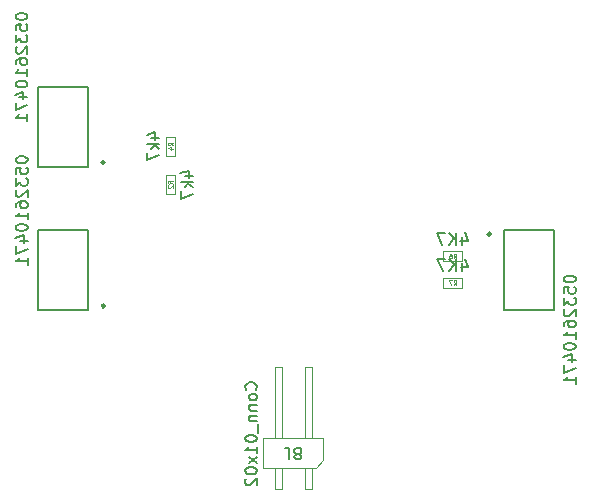
<source format=gbr>
%TF.GenerationSoftware,KiCad,Pcbnew,8.0.2*%
%TF.CreationDate,2024-08-07T22:56:45+12:00*%
%TF.ProjectId,FYP_P2_2,4659505f-5032-45f3-922e-6b696361645f,rev?*%
%TF.SameCoordinates,Original*%
%TF.FileFunction,AssemblyDrawing,Bot*%
%FSLAX46Y46*%
G04 Gerber Fmt 4.6, Leading zero omitted, Abs format (unit mm)*
G04 Created by KiCad (PCBNEW 8.0.2) date 2024-08-07 22:56:45*
%MOMM*%
%LPD*%
G01*
G04 APERTURE LIST*
%ADD10C,0.150000*%
%ADD11C,0.060000*%
%ADD12C,0.100000*%
%ADD13C,0.127000*%
%ADD14C,0.240000*%
G04 APERTURE END LIST*
D10*
X110286096Y-87447799D02*
X110952763Y-87447799D01*
X109905144Y-87209704D02*
X110619429Y-86971609D01*
X110619429Y-86971609D02*
X110619429Y-87590656D01*
X110952763Y-87971609D02*
X109952763Y-87971609D01*
X110571810Y-88066847D02*
X110952763Y-88352561D01*
X110286096Y-88352561D02*
X110667048Y-87971609D01*
X109952763Y-88685895D02*
X109952763Y-89352561D01*
X109952763Y-89352561D02*
X110952763Y-88923990D01*
D11*
X109249871Y-88071609D02*
X109059395Y-87938276D01*
X109249871Y-87843038D02*
X108849871Y-87843038D01*
X108849871Y-87843038D02*
X108849871Y-87995419D01*
X108849871Y-87995419D02*
X108868919Y-88033514D01*
X108868919Y-88033514D02*
X108887966Y-88052561D01*
X108887966Y-88052561D02*
X108926062Y-88071609D01*
X108926062Y-88071609D02*
X108983204Y-88071609D01*
X108983204Y-88071609D02*
X109021300Y-88052561D01*
X109021300Y-88052561D02*
X109040347Y-88033514D01*
X109040347Y-88033514D02*
X109059395Y-87995419D01*
X109059395Y-87995419D02*
X109059395Y-87843038D01*
X108887966Y-88223990D02*
X108868919Y-88243038D01*
X108868919Y-88243038D02*
X108849871Y-88281133D01*
X108849871Y-88281133D02*
X108849871Y-88376371D01*
X108849871Y-88376371D02*
X108868919Y-88414466D01*
X108868919Y-88414466D02*
X108887966Y-88433514D01*
X108887966Y-88433514D02*
X108926062Y-88452561D01*
X108926062Y-88452561D02*
X108964157Y-88452561D01*
X108964157Y-88452561D02*
X109021300Y-88433514D01*
X109021300Y-88433514D02*
X109249871Y-88204942D01*
X109249871Y-88204942D02*
X109249871Y-88452561D01*
D10*
X142367691Y-96102651D02*
X142367691Y-96198018D01*
X142367691Y-96198018D02*
X142415375Y-96293385D01*
X142415375Y-96293385D02*
X142463058Y-96341069D01*
X142463058Y-96341069D02*
X142558425Y-96388752D01*
X142558425Y-96388752D02*
X142749159Y-96436436D01*
X142749159Y-96436436D02*
X142987577Y-96436436D01*
X142987577Y-96436436D02*
X143178311Y-96388752D01*
X143178311Y-96388752D02*
X143273678Y-96341069D01*
X143273678Y-96341069D02*
X143321362Y-96293385D01*
X143321362Y-96293385D02*
X143369045Y-96198018D01*
X143369045Y-96198018D02*
X143369045Y-96102651D01*
X143369045Y-96102651D02*
X143321362Y-96007284D01*
X143321362Y-96007284D02*
X143273678Y-95959601D01*
X143273678Y-95959601D02*
X143178311Y-95911917D01*
X143178311Y-95911917D02*
X142987577Y-95864234D01*
X142987577Y-95864234D02*
X142749159Y-95864234D01*
X142749159Y-95864234D02*
X142558425Y-95911917D01*
X142558425Y-95911917D02*
X142463058Y-95959601D01*
X142463058Y-95959601D02*
X142415375Y-96007284D01*
X142415375Y-96007284D02*
X142367691Y-96102651D01*
X142367691Y-97342422D02*
X142367691Y-96865587D01*
X142367691Y-96865587D02*
X142844526Y-96817904D01*
X142844526Y-96817904D02*
X142796843Y-96865587D01*
X142796843Y-96865587D02*
X142749159Y-96960954D01*
X142749159Y-96960954D02*
X142749159Y-97199372D01*
X142749159Y-97199372D02*
X142796843Y-97294739D01*
X142796843Y-97294739D02*
X142844526Y-97342422D01*
X142844526Y-97342422D02*
X142939893Y-97390106D01*
X142939893Y-97390106D02*
X143178311Y-97390106D01*
X143178311Y-97390106D02*
X143273678Y-97342422D01*
X143273678Y-97342422D02*
X143321362Y-97294739D01*
X143321362Y-97294739D02*
X143369045Y-97199372D01*
X143369045Y-97199372D02*
X143369045Y-96960954D01*
X143369045Y-96960954D02*
X143321362Y-96865587D01*
X143321362Y-96865587D02*
X143273678Y-96817904D01*
X142367691Y-97723890D02*
X142367691Y-98343776D01*
X142367691Y-98343776D02*
X142749159Y-98009991D01*
X142749159Y-98009991D02*
X142749159Y-98153042D01*
X142749159Y-98153042D02*
X142796843Y-98248409D01*
X142796843Y-98248409D02*
X142844526Y-98296092D01*
X142844526Y-98296092D02*
X142939893Y-98343776D01*
X142939893Y-98343776D02*
X143178311Y-98343776D01*
X143178311Y-98343776D02*
X143273678Y-98296092D01*
X143273678Y-98296092D02*
X143321362Y-98248409D01*
X143321362Y-98248409D02*
X143369045Y-98153042D01*
X143369045Y-98153042D02*
X143369045Y-97866941D01*
X143369045Y-97866941D02*
X143321362Y-97771574D01*
X143321362Y-97771574D02*
X143273678Y-97723890D01*
X142463058Y-98725244D02*
X142415375Y-98772927D01*
X142415375Y-98772927D02*
X142367691Y-98868294D01*
X142367691Y-98868294D02*
X142367691Y-99106712D01*
X142367691Y-99106712D02*
X142415375Y-99202079D01*
X142415375Y-99202079D02*
X142463058Y-99249762D01*
X142463058Y-99249762D02*
X142558425Y-99297446D01*
X142558425Y-99297446D02*
X142653792Y-99297446D01*
X142653792Y-99297446D02*
X142796843Y-99249762D01*
X142796843Y-99249762D02*
X143369045Y-98677560D01*
X143369045Y-98677560D02*
X143369045Y-99297446D01*
X142367691Y-100155749D02*
X142367691Y-99965015D01*
X142367691Y-99965015D02*
X142415375Y-99869648D01*
X142415375Y-99869648D02*
X142463058Y-99821964D01*
X142463058Y-99821964D02*
X142606109Y-99726597D01*
X142606109Y-99726597D02*
X142796843Y-99678914D01*
X142796843Y-99678914D02*
X143178311Y-99678914D01*
X143178311Y-99678914D02*
X143273678Y-99726597D01*
X143273678Y-99726597D02*
X143321362Y-99774281D01*
X143321362Y-99774281D02*
X143369045Y-99869648D01*
X143369045Y-99869648D02*
X143369045Y-100060382D01*
X143369045Y-100060382D02*
X143321362Y-100155749D01*
X143321362Y-100155749D02*
X143273678Y-100203432D01*
X143273678Y-100203432D02*
X143178311Y-100251116D01*
X143178311Y-100251116D02*
X142939893Y-100251116D01*
X142939893Y-100251116D02*
X142844526Y-100203432D01*
X142844526Y-100203432D02*
X142796843Y-100155749D01*
X142796843Y-100155749D02*
X142749159Y-100060382D01*
X142749159Y-100060382D02*
X142749159Y-99869648D01*
X142749159Y-99869648D02*
X142796843Y-99774281D01*
X142796843Y-99774281D02*
X142844526Y-99726597D01*
X142844526Y-99726597D02*
X142939893Y-99678914D01*
X143369045Y-101204786D02*
X143369045Y-100632584D01*
X143369045Y-100918685D02*
X142367691Y-100918685D01*
X142367691Y-100918685D02*
X142510742Y-100823318D01*
X142510742Y-100823318D02*
X142606109Y-100727951D01*
X142606109Y-100727951D02*
X142653792Y-100632584D01*
X142367691Y-101824671D02*
X142367691Y-101920038D01*
X142367691Y-101920038D02*
X142415375Y-102015405D01*
X142415375Y-102015405D02*
X142463058Y-102063089D01*
X142463058Y-102063089D02*
X142558425Y-102110772D01*
X142558425Y-102110772D02*
X142749159Y-102158456D01*
X142749159Y-102158456D02*
X142987577Y-102158456D01*
X142987577Y-102158456D02*
X143178311Y-102110772D01*
X143178311Y-102110772D02*
X143273678Y-102063089D01*
X143273678Y-102063089D02*
X143321362Y-102015405D01*
X143321362Y-102015405D02*
X143369045Y-101920038D01*
X143369045Y-101920038D02*
X143369045Y-101824671D01*
X143369045Y-101824671D02*
X143321362Y-101729304D01*
X143321362Y-101729304D02*
X143273678Y-101681621D01*
X143273678Y-101681621D02*
X143178311Y-101633937D01*
X143178311Y-101633937D02*
X142987577Y-101586254D01*
X142987577Y-101586254D02*
X142749159Y-101586254D01*
X142749159Y-101586254D02*
X142558425Y-101633937D01*
X142558425Y-101633937D02*
X142463058Y-101681621D01*
X142463058Y-101681621D02*
X142415375Y-101729304D01*
X142415375Y-101729304D02*
X142367691Y-101824671D01*
X142701476Y-103016759D02*
X143369045Y-103016759D01*
X142320008Y-102778341D02*
X143035260Y-102539924D01*
X143035260Y-102539924D02*
X143035260Y-103159809D01*
X142367691Y-103445910D02*
X142367691Y-104113479D01*
X142367691Y-104113479D02*
X143369045Y-103684328D01*
X143369045Y-105019466D02*
X143369045Y-104447264D01*
X143369045Y-104733365D02*
X142367691Y-104733365D01*
X142367691Y-104733365D02*
X142510742Y-104637998D01*
X142510742Y-104637998D02*
X142606109Y-104542631D01*
X142606109Y-104542631D02*
X142653792Y-104447264D01*
X133770714Y-94833152D02*
X133770714Y-95499819D01*
X134008809Y-94452200D02*
X134246904Y-95166485D01*
X134246904Y-95166485D02*
X133627857Y-95166485D01*
X133246904Y-95499819D02*
X133246904Y-94499819D01*
X132675476Y-95499819D02*
X133104047Y-94928390D01*
X132675476Y-94499819D02*
X133246904Y-95071247D01*
X132342142Y-94499819D02*
X131675476Y-94499819D01*
X131675476Y-94499819D02*
X132104047Y-95499819D01*
D11*
X133051666Y-96656927D02*
X133184999Y-96466451D01*
X133280237Y-96656927D02*
X133280237Y-96256927D01*
X133280237Y-96256927D02*
X133127856Y-96256927D01*
X133127856Y-96256927D02*
X133089761Y-96275975D01*
X133089761Y-96275975D02*
X133070714Y-96295022D01*
X133070714Y-96295022D02*
X133051666Y-96333118D01*
X133051666Y-96333118D02*
X133051666Y-96390260D01*
X133051666Y-96390260D02*
X133070714Y-96428356D01*
X133070714Y-96428356D02*
X133089761Y-96447403D01*
X133089761Y-96447403D02*
X133127856Y-96466451D01*
X133127856Y-96466451D02*
X133280237Y-96466451D01*
X132918333Y-96256927D02*
X132651666Y-96256927D01*
X132651666Y-96256927D02*
X132823095Y-96656927D01*
D10*
X95950491Y-73868951D02*
X95950491Y-73964318D01*
X95950491Y-73964318D02*
X95998175Y-74059685D01*
X95998175Y-74059685D02*
X96045858Y-74107369D01*
X96045858Y-74107369D02*
X96141225Y-74155052D01*
X96141225Y-74155052D02*
X96331959Y-74202736D01*
X96331959Y-74202736D02*
X96570377Y-74202736D01*
X96570377Y-74202736D02*
X96761111Y-74155052D01*
X96761111Y-74155052D02*
X96856478Y-74107369D01*
X96856478Y-74107369D02*
X96904162Y-74059685D01*
X96904162Y-74059685D02*
X96951845Y-73964318D01*
X96951845Y-73964318D02*
X96951845Y-73868951D01*
X96951845Y-73868951D02*
X96904162Y-73773584D01*
X96904162Y-73773584D02*
X96856478Y-73725901D01*
X96856478Y-73725901D02*
X96761111Y-73678217D01*
X96761111Y-73678217D02*
X96570377Y-73630534D01*
X96570377Y-73630534D02*
X96331959Y-73630534D01*
X96331959Y-73630534D02*
X96141225Y-73678217D01*
X96141225Y-73678217D02*
X96045858Y-73725901D01*
X96045858Y-73725901D02*
X95998175Y-73773584D01*
X95998175Y-73773584D02*
X95950491Y-73868951D01*
X95950491Y-75108722D02*
X95950491Y-74631887D01*
X95950491Y-74631887D02*
X96427326Y-74584204D01*
X96427326Y-74584204D02*
X96379643Y-74631887D01*
X96379643Y-74631887D02*
X96331959Y-74727254D01*
X96331959Y-74727254D02*
X96331959Y-74965672D01*
X96331959Y-74965672D02*
X96379643Y-75061039D01*
X96379643Y-75061039D02*
X96427326Y-75108722D01*
X96427326Y-75108722D02*
X96522693Y-75156406D01*
X96522693Y-75156406D02*
X96761111Y-75156406D01*
X96761111Y-75156406D02*
X96856478Y-75108722D01*
X96856478Y-75108722D02*
X96904162Y-75061039D01*
X96904162Y-75061039D02*
X96951845Y-74965672D01*
X96951845Y-74965672D02*
X96951845Y-74727254D01*
X96951845Y-74727254D02*
X96904162Y-74631887D01*
X96904162Y-74631887D02*
X96856478Y-74584204D01*
X95950491Y-75490190D02*
X95950491Y-76110076D01*
X95950491Y-76110076D02*
X96331959Y-75776291D01*
X96331959Y-75776291D02*
X96331959Y-75919342D01*
X96331959Y-75919342D02*
X96379643Y-76014709D01*
X96379643Y-76014709D02*
X96427326Y-76062392D01*
X96427326Y-76062392D02*
X96522693Y-76110076D01*
X96522693Y-76110076D02*
X96761111Y-76110076D01*
X96761111Y-76110076D02*
X96856478Y-76062392D01*
X96856478Y-76062392D02*
X96904162Y-76014709D01*
X96904162Y-76014709D02*
X96951845Y-75919342D01*
X96951845Y-75919342D02*
X96951845Y-75633241D01*
X96951845Y-75633241D02*
X96904162Y-75537874D01*
X96904162Y-75537874D02*
X96856478Y-75490190D01*
X96045858Y-76491544D02*
X95998175Y-76539227D01*
X95998175Y-76539227D02*
X95950491Y-76634594D01*
X95950491Y-76634594D02*
X95950491Y-76873012D01*
X95950491Y-76873012D02*
X95998175Y-76968379D01*
X95998175Y-76968379D02*
X96045858Y-77016062D01*
X96045858Y-77016062D02*
X96141225Y-77063746D01*
X96141225Y-77063746D02*
X96236592Y-77063746D01*
X96236592Y-77063746D02*
X96379643Y-77016062D01*
X96379643Y-77016062D02*
X96951845Y-76443860D01*
X96951845Y-76443860D02*
X96951845Y-77063746D01*
X95950491Y-77922049D02*
X95950491Y-77731315D01*
X95950491Y-77731315D02*
X95998175Y-77635948D01*
X95998175Y-77635948D02*
X96045858Y-77588264D01*
X96045858Y-77588264D02*
X96188909Y-77492897D01*
X96188909Y-77492897D02*
X96379643Y-77445214D01*
X96379643Y-77445214D02*
X96761111Y-77445214D01*
X96761111Y-77445214D02*
X96856478Y-77492897D01*
X96856478Y-77492897D02*
X96904162Y-77540581D01*
X96904162Y-77540581D02*
X96951845Y-77635948D01*
X96951845Y-77635948D02*
X96951845Y-77826682D01*
X96951845Y-77826682D02*
X96904162Y-77922049D01*
X96904162Y-77922049D02*
X96856478Y-77969732D01*
X96856478Y-77969732D02*
X96761111Y-78017416D01*
X96761111Y-78017416D02*
X96522693Y-78017416D01*
X96522693Y-78017416D02*
X96427326Y-77969732D01*
X96427326Y-77969732D02*
X96379643Y-77922049D01*
X96379643Y-77922049D02*
X96331959Y-77826682D01*
X96331959Y-77826682D02*
X96331959Y-77635948D01*
X96331959Y-77635948D02*
X96379643Y-77540581D01*
X96379643Y-77540581D02*
X96427326Y-77492897D01*
X96427326Y-77492897D02*
X96522693Y-77445214D01*
X96951845Y-78971086D02*
X96951845Y-78398884D01*
X96951845Y-78684985D02*
X95950491Y-78684985D01*
X95950491Y-78684985D02*
X96093542Y-78589618D01*
X96093542Y-78589618D02*
X96188909Y-78494251D01*
X96188909Y-78494251D02*
X96236592Y-78398884D01*
X95950491Y-79590971D02*
X95950491Y-79686338D01*
X95950491Y-79686338D02*
X95998175Y-79781705D01*
X95998175Y-79781705D02*
X96045858Y-79829389D01*
X96045858Y-79829389D02*
X96141225Y-79877072D01*
X96141225Y-79877072D02*
X96331959Y-79924756D01*
X96331959Y-79924756D02*
X96570377Y-79924756D01*
X96570377Y-79924756D02*
X96761111Y-79877072D01*
X96761111Y-79877072D02*
X96856478Y-79829389D01*
X96856478Y-79829389D02*
X96904162Y-79781705D01*
X96904162Y-79781705D02*
X96951845Y-79686338D01*
X96951845Y-79686338D02*
X96951845Y-79590971D01*
X96951845Y-79590971D02*
X96904162Y-79495604D01*
X96904162Y-79495604D02*
X96856478Y-79447921D01*
X96856478Y-79447921D02*
X96761111Y-79400237D01*
X96761111Y-79400237D02*
X96570377Y-79352554D01*
X96570377Y-79352554D02*
X96331959Y-79352554D01*
X96331959Y-79352554D02*
X96141225Y-79400237D01*
X96141225Y-79400237D02*
X96045858Y-79447921D01*
X96045858Y-79447921D02*
X95998175Y-79495604D01*
X95998175Y-79495604D02*
X95950491Y-79590971D01*
X96284276Y-80783059D02*
X96951845Y-80783059D01*
X95902808Y-80544641D02*
X96618060Y-80306224D01*
X96618060Y-80306224D02*
X96618060Y-80926109D01*
X95950491Y-81212210D02*
X95950491Y-81879779D01*
X95950491Y-81879779D02*
X96951845Y-81450628D01*
X96951845Y-82785766D02*
X96951845Y-82213564D01*
X96951845Y-82499665D02*
X95950491Y-82499665D01*
X95950491Y-82499665D02*
X96093542Y-82404298D01*
X96093542Y-82404298D02*
X96188909Y-82308931D01*
X96188909Y-82308931D02*
X96236592Y-82213564D01*
X133765714Y-92583152D02*
X133765714Y-93249819D01*
X134003809Y-92202200D02*
X134241904Y-92916485D01*
X134241904Y-92916485D02*
X133622857Y-92916485D01*
X133241904Y-93249819D02*
X133241904Y-92249819D01*
X132670476Y-93249819D02*
X133099047Y-92678390D01*
X132670476Y-92249819D02*
X133241904Y-92821247D01*
X132337142Y-92249819D02*
X131670476Y-92249819D01*
X131670476Y-92249819D02*
X132099047Y-93249819D01*
D11*
X133046666Y-94406927D02*
X133179999Y-94216451D01*
X133275237Y-94406927D02*
X133275237Y-94006927D01*
X133275237Y-94006927D02*
X133122856Y-94006927D01*
X133122856Y-94006927D02*
X133084761Y-94025975D01*
X133084761Y-94025975D02*
X133065714Y-94045022D01*
X133065714Y-94045022D02*
X133046666Y-94083118D01*
X133046666Y-94083118D02*
X133046666Y-94140260D01*
X133046666Y-94140260D02*
X133065714Y-94178356D01*
X133065714Y-94178356D02*
X133084761Y-94197403D01*
X133084761Y-94197403D02*
X133122856Y-94216451D01*
X133122856Y-94216451D02*
X133275237Y-94216451D01*
X132703809Y-94006927D02*
X132779999Y-94006927D01*
X132779999Y-94006927D02*
X132818095Y-94025975D01*
X132818095Y-94025975D02*
X132837142Y-94045022D01*
X132837142Y-94045022D02*
X132875237Y-94102165D01*
X132875237Y-94102165D02*
X132894285Y-94178356D01*
X132894285Y-94178356D02*
X132894285Y-94330737D01*
X132894285Y-94330737D02*
X132875237Y-94368832D01*
X132875237Y-94368832D02*
X132856190Y-94387880D01*
X132856190Y-94387880D02*
X132818095Y-94406927D01*
X132818095Y-94406927D02*
X132741904Y-94406927D01*
X132741904Y-94406927D02*
X132703809Y-94387880D01*
X132703809Y-94387880D02*
X132684761Y-94368832D01*
X132684761Y-94368832D02*
X132665714Y-94330737D01*
X132665714Y-94330737D02*
X132665714Y-94235499D01*
X132665714Y-94235499D02*
X132684761Y-94197403D01*
X132684761Y-94197403D02*
X132703809Y-94178356D01*
X132703809Y-94178356D02*
X132741904Y-94159308D01*
X132741904Y-94159308D02*
X132818095Y-94159308D01*
X132818095Y-94159308D02*
X132856190Y-94178356D01*
X132856190Y-94178356D02*
X132875237Y-94197403D01*
X132875237Y-94197403D02*
X132894285Y-94235499D01*
D10*
X116289580Y-105526904D02*
X116337200Y-105479285D01*
X116337200Y-105479285D02*
X116384819Y-105336428D01*
X116384819Y-105336428D02*
X116384819Y-105241190D01*
X116384819Y-105241190D02*
X116337200Y-105098333D01*
X116337200Y-105098333D02*
X116241961Y-105003095D01*
X116241961Y-105003095D02*
X116146723Y-104955476D01*
X116146723Y-104955476D02*
X115956247Y-104907857D01*
X115956247Y-104907857D02*
X115813390Y-104907857D01*
X115813390Y-104907857D02*
X115622914Y-104955476D01*
X115622914Y-104955476D02*
X115527676Y-105003095D01*
X115527676Y-105003095D02*
X115432438Y-105098333D01*
X115432438Y-105098333D02*
X115384819Y-105241190D01*
X115384819Y-105241190D02*
X115384819Y-105336428D01*
X115384819Y-105336428D02*
X115432438Y-105479285D01*
X115432438Y-105479285D02*
X115480057Y-105526904D01*
X116384819Y-106098333D02*
X116337200Y-106003095D01*
X116337200Y-106003095D02*
X116289580Y-105955476D01*
X116289580Y-105955476D02*
X116194342Y-105907857D01*
X116194342Y-105907857D02*
X115908628Y-105907857D01*
X115908628Y-105907857D02*
X115813390Y-105955476D01*
X115813390Y-105955476D02*
X115765771Y-106003095D01*
X115765771Y-106003095D02*
X115718152Y-106098333D01*
X115718152Y-106098333D02*
X115718152Y-106241190D01*
X115718152Y-106241190D02*
X115765771Y-106336428D01*
X115765771Y-106336428D02*
X115813390Y-106384047D01*
X115813390Y-106384047D02*
X115908628Y-106431666D01*
X115908628Y-106431666D02*
X116194342Y-106431666D01*
X116194342Y-106431666D02*
X116289580Y-106384047D01*
X116289580Y-106384047D02*
X116337200Y-106336428D01*
X116337200Y-106336428D02*
X116384819Y-106241190D01*
X116384819Y-106241190D02*
X116384819Y-106098333D01*
X115718152Y-106860238D02*
X116384819Y-106860238D01*
X115813390Y-106860238D02*
X115765771Y-106907857D01*
X115765771Y-106907857D02*
X115718152Y-107003095D01*
X115718152Y-107003095D02*
X115718152Y-107145952D01*
X115718152Y-107145952D02*
X115765771Y-107241190D01*
X115765771Y-107241190D02*
X115861009Y-107288809D01*
X115861009Y-107288809D02*
X116384819Y-107288809D01*
X115718152Y-107765000D02*
X116384819Y-107765000D01*
X115813390Y-107765000D02*
X115765771Y-107812619D01*
X115765771Y-107812619D02*
X115718152Y-107907857D01*
X115718152Y-107907857D02*
X115718152Y-108050714D01*
X115718152Y-108050714D02*
X115765771Y-108145952D01*
X115765771Y-108145952D02*
X115861009Y-108193571D01*
X115861009Y-108193571D02*
X116384819Y-108193571D01*
X116480057Y-108431667D02*
X116480057Y-109193571D01*
X115384819Y-109622143D02*
X115384819Y-109717381D01*
X115384819Y-109717381D02*
X115432438Y-109812619D01*
X115432438Y-109812619D02*
X115480057Y-109860238D01*
X115480057Y-109860238D02*
X115575295Y-109907857D01*
X115575295Y-109907857D02*
X115765771Y-109955476D01*
X115765771Y-109955476D02*
X116003866Y-109955476D01*
X116003866Y-109955476D02*
X116194342Y-109907857D01*
X116194342Y-109907857D02*
X116289580Y-109860238D01*
X116289580Y-109860238D02*
X116337200Y-109812619D01*
X116337200Y-109812619D02*
X116384819Y-109717381D01*
X116384819Y-109717381D02*
X116384819Y-109622143D01*
X116384819Y-109622143D02*
X116337200Y-109526905D01*
X116337200Y-109526905D02*
X116289580Y-109479286D01*
X116289580Y-109479286D02*
X116194342Y-109431667D01*
X116194342Y-109431667D02*
X116003866Y-109384048D01*
X116003866Y-109384048D02*
X115765771Y-109384048D01*
X115765771Y-109384048D02*
X115575295Y-109431667D01*
X115575295Y-109431667D02*
X115480057Y-109479286D01*
X115480057Y-109479286D02*
X115432438Y-109526905D01*
X115432438Y-109526905D02*
X115384819Y-109622143D01*
X116384819Y-110907857D02*
X116384819Y-110336429D01*
X116384819Y-110622143D02*
X115384819Y-110622143D01*
X115384819Y-110622143D02*
X115527676Y-110526905D01*
X115527676Y-110526905D02*
X115622914Y-110431667D01*
X115622914Y-110431667D02*
X115670533Y-110336429D01*
X116384819Y-111241191D02*
X115718152Y-111765000D01*
X115718152Y-111241191D02*
X116384819Y-111765000D01*
X115384819Y-112336429D02*
X115384819Y-112431667D01*
X115384819Y-112431667D02*
X115432438Y-112526905D01*
X115432438Y-112526905D02*
X115480057Y-112574524D01*
X115480057Y-112574524D02*
X115575295Y-112622143D01*
X115575295Y-112622143D02*
X115765771Y-112669762D01*
X115765771Y-112669762D02*
X116003866Y-112669762D01*
X116003866Y-112669762D02*
X116194342Y-112622143D01*
X116194342Y-112622143D02*
X116289580Y-112574524D01*
X116289580Y-112574524D02*
X116337200Y-112526905D01*
X116337200Y-112526905D02*
X116384819Y-112431667D01*
X116384819Y-112431667D02*
X116384819Y-112336429D01*
X116384819Y-112336429D02*
X116337200Y-112241191D01*
X116337200Y-112241191D02*
X116289580Y-112193572D01*
X116289580Y-112193572D02*
X116194342Y-112145953D01*
X116194342Y-112145953D02*
X116003866Y-112098334D01*
X116003866Y-112098334D02*
X115765771Y-112098334D01*
X115765771Y-112098334D02*
X115575295Y-112145953D01*
X115575295Y-112145953D02*
X115480057Y-112193572D01*
X115480057Y-112193572D02*
X115432438Y-112241191D01*
X115432438Y-112241191D02*
X115384819Y-112336429D01*
X115480057Y-113050715D02*
X115432438Y-113098334D01*
X115432438Y-113098334D02*
X115384819Y-113193572D01*
X115384819Y-113193572D02*
X115384819Y-113431667D01*
X115384819Y-113431667D02*
X115432438Y-113526905D01*
X115432438Y-113526905D02*
X115480057Y-113574524D01*
X115480057Y-113574524D02*
X115575295Y-113622143D01*
X115575295Y-113622143D02*
X115670533Y-113622143D01*
X115670533Y-113622143D02*
X115813390Y-113574524D01*
X115813390Y-113574524D02*
X116384819Y-113003096D01*
X116384819Y-113003096D02*
X116384819Y-113622143D01*
X119136666Y-111425180D02*
X119136666Y-110710895D01*
X119136666Y-110710895D02*
X119089047Y-110568038D01*
X119089047Y-110568038D02*
X118993809Y-110472800D01*
X118993809Y-110472800D02*
X118850952Y-110425180D01*
X118850952Y-110425180D02*
X118755714Y-110425180D01*
X119755714Y-110996609D02*
X119660476Y-111044228D01*
X119660476Y-111044228D02*
X119612857Y-111091847D01*
X119612857Y-111091847D02*
X119565238Y-111187085D01*
X119565238Y-111187085D02*
X119565238Y-111234704D01*
X119565238Y-111234704D02*
X119612857Y-111329942D01*
X119612857Y-111329942D02*
X119660476Y-111377561D01*
X119660476Y-111377561D02*
X119755714Y-111425180D01*
X119755714Y-111425180D02*
X119946190Y-111425180D01*
X119946190Y-111425180D02*
X120041428Y-111377561D01*
X120041428Y-111377561D02*
X120089047Y-111329942D01*
X120089047Y-111329942D02*
X120136666Y-111234704D01*
X120136666Y-111234704D02*
X120136666Y-111187085D01*
X120136666Y-111187085D02*
X120089047Y-111091847D01*
X120089047Y-111091847D02*
X120041428Y-111044228D01*
X120041428Y-111044228D02*
X119946190Y-110996609D01*
X119946190Y-110996609D02*
X119755714Y-110996609D01*
X119755714Y-110996609D02*
X119660476Y-110948990D01*
X119660476Y-110948990D02*
X119612857Y-110901371D01*
X119612857Y-110901371D02*
X119565238Y-110806133D01*
X119565238Y-110806133D02*
X119565238Y-110615657D01*
X119565238Y-110615657D02*
X119612857Y-110520419D01*
X119612857Y-110520419D02*
X119660476Y-110472800D01*
X119660476Y-110472800D02*
X119755714Y-110425180D01*
X119755714Y-110425180D02*
X119946190Y-110425180D01*
X119946190Y-110425180D02*
X120041428Y-110472800D01*
X120041428Y-110472800D02*
X120089047Y-110520419D01*
X120089047Y-110520419D02*
X120136666Y-110615657D01*
X120136666Y-110615657D02*
X120136666Y-110806133D01*
X120136666Y-110806133D02*
X120089047Y-110901371D01*
X120089047Y-110901371D02*
X120041428Y-110948990D01*
X120041428Y-110948990D02*
X119946190Y-110996609D01*
X95970491Y-86008951D02*
X95970491Y-86104318D01*
X95970491Y-86104318D02*
X96018175Y-86199685D01*
X96018175Y-86199685D02*
X96065858Y-86247369D01*
X96065858Y-86247369D02*
X96161225Y-86295052D01*
X96161225Y-86295052D02*
X96351959Y-86342736D01*
X96351959Y-86342736D02*
X96590377Y-86342736D01*
X96590377Y-86342736D02*
X96781111Y-86295052D01*
X96781111Y-86295052D02*
X96876478Y-86247369D01*
X96876478Y-86247369D02*
X96924162Y-86199685D01*
X96924162Y-86199685D02*
X96971845Y-86104318D01*
X96971845Y-86104318D02*
X96971845Y-86008951D01*
X96971845Y-86008951D02*
X96924162Y-85913584D01*
X96924162Y-85913584D02*
X96876478Y-85865901D01*
X96876478Y-85865901D02*
X96781111Y-85818217D01*
X96781111Y-85818217D02*
X96590377Y-85770534D01*
X96590377Y-85770534D02*
X96351959Y-85770534D01*
X96351959Y-85770534D02*
X96161225Y-85818217D01*
X96161225Y-85818217D02*
X96065858Y-85865901D01*
X96065858Y-85865901D02*
X96018175Y-85913584D01*
X96018175Y-85913584D02*
X95970491Y-86008951D01*
X95970491Y-87248722D02*
X95970491Y-86771887D01*
X95970491Y-86771887D02*
X96447326Y-86724204D01*
X96447326Y-86724204D02*
X96399643Y-86771887D01*
X96399643Y-86771887D02*
X96351959Y-86867254D01*
X96351959Y-86867254D02*
X96351959Y-87105672D01*
X96351959Y-87105672D02*
X96399643Y-87201039D01*
X96399643Y-87201039D02*
X96447326Y-87248722D01*
X96447326Y-87248722D02*
X96542693Y-87296406D01*
X96542693Y-87296406D02*
X96781111Y-87296406D01*
X96781111Y-87296406D02*
X96876478Y-87248722D01*
X96876478Y-87248722D02*
X96924162Y-87201039D01*
X96924162Y-87201039D02*
X96971845Y-87105672D01*
X96971845Y-87105672D02*
X96971845Y-86867254D01*
X96971845Y-86867254D02*
X96924162Y-86771887D01*
X96924162Y-86771887D02*
X96876478Y-86724204D01*
X95970491Y-87630190D02*
X95970491Y-88250076D01*
X95970491Y-88250076D02*
X96351959Y-87916291D01*
X96351959Y-87916291D02*
X96351959Y-88059342D01*
X96351959Y-88059342D02*
X96399643Y-88154709D01*
X96399643Y-88154709D02*
X96447326Y-88202392D01*
X96447326Y-88202392D02*
X96542693Y-88250076D01*
X96542693Y-88250076D02*
X96781111Y-88250076D01*
X96781111Y-88250076D02*
X96876478Y-88202392D01*
X96876478Y-88202392D02*
X96924162Y-88154709D01*
X96924162Y-88154709D02*
X96971845Y-88059342D01*
X96971845Y-88059342D02*
X96971845Y-87773241D01*
X96971845Y-87773241D02*
X96924162Y-87677874D01*
X96924162Y-87677874D02*
X96876478Y-87630190D01*
X96065858Y-88631544D02*
X96018175Y-88679227D01*
X96018175Y-88679227D02*
X95970491Y-88774594D01*
X95970491Y-88774594D02*
X95970491Y-89013012D01*
X95970491Y-89013012D02*
X96018175Y-89108379D01*
X96018175Y-89108379D02*
X96065858Y-89156062D01*
X96065858Y-89156062D02*
X96161225Y-89203746D01*
X96161225Y-89203746D02*
X96256592Y-89203746D01*
X96256592Y-89203746D02*
X96399643Y-89156062D01*
X96399643Y-89156062D02*
X96971845Y-88583860D01*
X96971845Y-88583860D02*
X96971845Y-89203746D01*
X95970491Y-90062049D02*
X95970491Y-89871315D01*
X95970491Y-89871315D02*
X96018175Y-89775948D01*
X96018175Y-89775948D02*
X96065858Y-89728264D01*
X96065858Y-89728264D02*
X96208909Y-89632897D01*
X96208909Y-89632897D02*
X96399643Y-89585214D01*
X96399643Y-89585214D02*
X96781111Y-89585214D01*
X96781111Y-89585214D02*
X96876478Y-89632897D01*
X96876478Y-89632897D02*
X96924162Y-89680581D01*
X96924162Y-89680581D02*
X96971845Y-89775948D01*
X96971845Y-89775948D02*
X96971845Y-89966682D01*
X96971845Y-89966682D02*
X96924162Y-90062049D01*
X96924162Y-90062049D02*
X96876478Y-90109732D01*
X96876478Y-90109732D02*
X96781111Y-90157416D01*
X96781111Y-90157416D02*
X96542693Y-90157416D01*
X96542693Y-90157416D02*
X96447326Y-90109732D01*
X96447326Y-90109732D02*
X96399643Y-90062049D01*
X96399643Y-90062049D02*
X96351959Y-89966682D01*
X96351959Y-89966682D02*
X96351959Y-89775948D01*
X96351959Y-89775948D02*
X96399643Y-89680581D01*
X96399643Y-89680581D02*
X96447326Y-89632897D01*
X96447326Y-89632897D02*
X96542693Y-89585214D01*
X96971845Y-91111086D02*
X96971845Y-90538884D01*
X96971845Y-90824985D02*
X95970491Y-90824985D01*
X95970491Y-90824985D02*
X96113542Y-90729618D01*
X96113542Y-90729618D02*
X96208909Y-90634251D01*
X96208909Y-90634251D02*
X96256592Y-90538884D01*
X95970491Y-91730971D02*
X95970491Y-91826338D01*
X95970491Y-91826338D02*
X96018175Y-91921705D01*
X96018175Y-91921705D02*
X96065858Y-91969389D01*
X96065858Y-91969389D02*
X96161225Y-92017072D01*
X96161225Y-92017072D02*
X96351959Y-92064756D01*
X96351959Y-92064756D02*
X96590377Y-92064756D01*
X96590377Y-92064756D02*
X96781111Y-92017072D01*
X96781111Y-92017072D02*
X96876478Y-91969389D01*
X96876478Y-91969389D02*
X96924162Y-91921705D01*
X96924162Y-91921705D02*
X96971845Y-91826338D01*
X96971845Y-91826338D02*
X96971845Y-91730971D01*
X96971845Y-91730971D02*
X96924162Y-91635604D01*
X96924162Y-91635604D02*
X96876478Y-91587921D01*
X96876478Y-91587921D02*
X96781111Y-91540237D01*
X96781111Y-91540237D02*
X96590377Y-91492554D01*
X96590377Y-91492554D02*
X96351959Y-91492554D01*
X96351959Y-91492554D02*
X96161225Y-91540237D01*
X96161225Y-91540237D02*
X96065858Y-91587921D01*
X96065858Y-91587921D02*
X96018175Y-91635604D01*
X96018175Y-91635604D02*
X95970491Y-91730971D01*
X96304276Y-92923059D02*
X96971845Y-92923059D01*
X95922808Y-92684641D02*
X96638060Y-92446224D01*
X96638060Y-92446224D02*
X96638060Y-93066109D01*
X95970491Y-93352210D02*
X95970491Y-94019779D01*
X95970491Y-94019779D02*
X96971845Y-93590628D01*
X96971845Y-94925766D02*
X96971845Y-94353564D01*
X96971845Y-94639665D02*
X95970491Y-94639665D01*
X95970491Y-94639665D02*
X96113542Y-94544298D01*
X96113542Y-94544298D02*
X96208909Y-94448931D01*
X96208909Y-94448931D02*
X96256592Y-94353564D01*
X107440208Y-84211247D02*
X108106875Y-84211247D01*
X107059256Y-83973152D02*
X107773541Y-83735057D01*
X107773541Y-83735057D02*
X107773541Y-84354104D01*
X108106875Y-84735057D02*
X107106875Y-84735057D01*
X107725922Y-84830295D02*
X108106875Y-85116009D01*
X107440208Y-85116009D02*
X107821160Y-84735057D01*
X107106875Y-85449343D02*
X107106875Y-86116009D01*
X107106875Y-86116009D02*
X108106875Y-85687438D01*
D11*
X109263983Y-84835057D02*
X109073507Y-84701724D01*
X109263983Y-84606486D02*
X108863983Y-84606486D01*
X108863983Y-84606486D02*
X108863983Y-84758867D01*
X108863983Y-84758867D02*
X108883031Y-84796962D01*
X108883031Y-84796962D02*
X108902078Y-84816009D01*
X108902078Y-84816009D02*
X108940174Y-84835057D01*
X108940174Y-84835057D02*
X108997316Y-84835057D01*
X108997316Y-84835057D02*
X109035412Y-84816009D01*
X109035412Y-84816009D02*
X109054459Y-84796962D01*
X109054459Y-84796962D02*
X109073507Y-84758867D01*
X109073507Y-84758867D02*
X109073507Y-84606486D01*
X108997316Y-85177914D02*
X109263983Y-85177914D01*
X108844936Y-85082676D02*
X109130650Y-84987438D01*
X109130650Y-84987438D02*
X109130650Y-85235057D01*
D12*
%TO.C,R2*%
X108655444Y-87338276D02*
X109480444Y-87338276D01*
X108655444Y-88938276D02*
X108655444Y-87338276D01*
X109480444Y-87338276D02*
X109480444Y-88938276D01*
X109480444Y-88938276D02*
X108655444Y-88938276D01*
D13*
%TO.C,J6*%
X137350000Y-92000000D02*
X141550000Y-92000000D01*
X137350000Y-98750000D02*
X137350000Y-92000000D01*
X141550000Y-98750000D02*
X137350000Y-98750000D01*
X141550000Y-98750000D02*
X141550000Y-92000000D01*
D14*
X136170000Y-92360000D02*
G75*
G02*
X135930000Y-92360000I-120000J0D01*
G01*
X135930000Y-92360000D02*
G75*
G02*
X136170000Y-92360000I120000J0D01*
G01*
D12*
%TO.C,R7*%
X132185000Y-96062500D02*
X133785000Y-96062500D01*
X132185000Y-96887500D02*
X132185000Y-96062500D01*
X133785000Y-96062500D02*
X133785000Y-96887500D01*
X133785000Y-96887500D02*
X132185000Y-96887500D01*
D13*
%TO.C,J3*%
X97860000Y-79900000D02*
X97860000Y-86650000D01*
X97860000Y-79900000D02*
X102060000Y-79900000D01*
X102060000Y-79900000D02*
X102060000Y-86650000D01*
X102060000Y-86650000D02*
X97860000Y-86650000D01*
D14*
X103480000Y-86290000D02*
G75*
G02*
X103240000Y-86290000I-120000J0D01*
G01*
X103240000Y-86290000D02*
G75*
G02*
X103480000Y-86290000I120000J0D01*
G01*
D12*
%TO.C,R6*%
X132180000Y-93812500D02*
X133780000Y-93812500D01*
X132180000Y-94637500D02*
X132180000Y-93812500D01*
X133780000Y-93812500D02*
X133780000Y-94637500D01*
X133780000Y-94637500D02*
X132180000Y-94637500D01*
%TO.C,J8*%
X116930000Y-109610000D02*
X122010000Y-109610000D01*
X116930000Y-112150000D02*
X116930000Y-109610000D01*
X117880000Y-103610000D02*
X117880000Y-109610000D01*
X117880000Y-103610000D02*
X118520000Y-103610000D01*
X117880000Y-112150000D02*
X117880000Y-113970000D01*
X117880000Y-113970000D02*
X118520000Y-113970000D01*
X118520000Y-103610000D02*
X118520000Y-109610000D01*
X118520000Y-112150000D02*
X118520000Y-113970000D01*
X120420000Y-103610000D02*
X120420000Y-109610000D01*
X120420000Y-103610000D02*
X121060000Y-103610000D01*
X120420000Y-112150000D02*
X120420000Y-113970000D01*
X120420000Y-113970000D02*
X121060000Y-113970000D01*
X121060000Y-103610000D02*
X121060000Y-109610000D01*
X121060000Y-112150000D02*
X121060000Y-113970000D01*
X121375000Y-112150000D02*
X116930000Y-112150000D01*
X122010000Y-109610000D02*
X122010000Y-111515000D01*
X122010000Y-111515000D02*
X121375000Y-112150000D01*
D13*
%TO.C,J4*%
X97880000Y-92040000D02*
X97880000Y-98790000D01*
X97880000Y-92040000D02*
X102080000Y-92040000D01*
X102080000Y-92040000D02*
X102080000Y-98790000D01*
X102080000Y-98790000D02*
X97880000Y-98790000D01*
D14*
X103500000Y-98430000D02*
G75*
G02*
X103260000Y-98430000I-120000J0D01*
G01*
X103260000Y-98430000D02*
G75*
G02*
X103500000Y-98430000I120000J0D01*
G01*
D12*
%TO.C,R4*%
X108669556Y-84101724D02*
X109494556Y-84101724D01*
X108669556Y-85701724D02*
X108669556Y-84101724D01*
X109494556Y-84101724D02*
X109494556Y-85701724D01*
X109494556Y-85701724D02*
X108669556Y-85701724D01*
%TD*%
M02*

</source>
